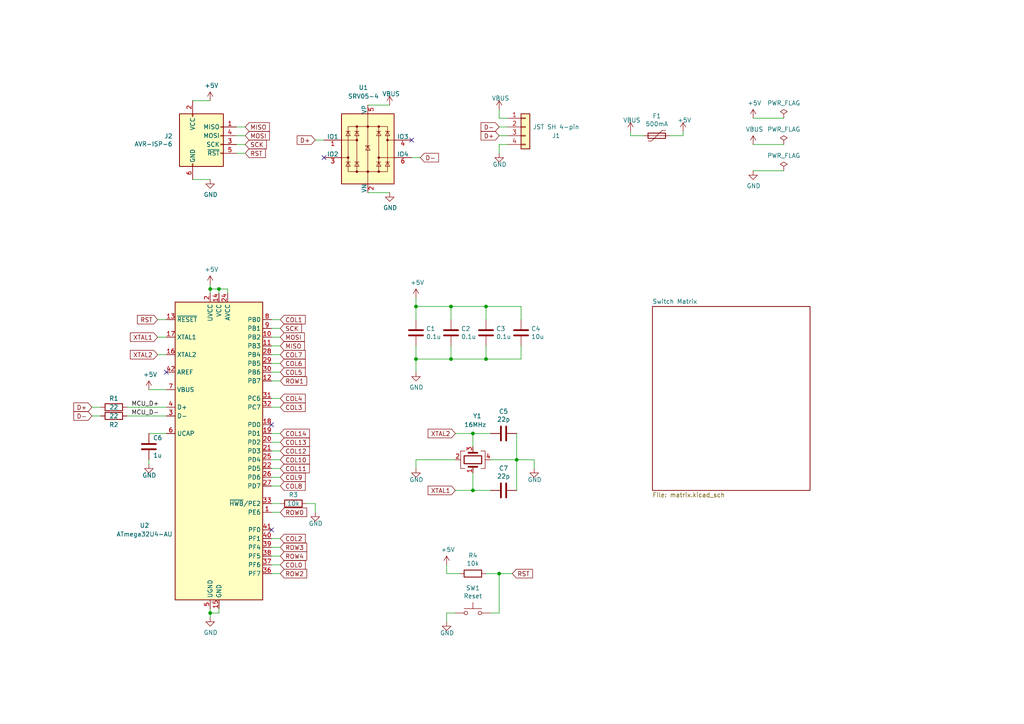
<source format=kicad_sch>
(kicad_sch (version 20211123) (generator eeschema)
  (paper "A4")
  (title_block (title "Bakeneko 60 V3") (date "2020-08-01") (rev "1") (comment 1 "Copyright © 2020 kkatano") (comment 2 "MIT License"))
  (lib_symbols
    (symbol "Connector:AVR-ISP-6" (pin_names (offset 1.016))
      (property "Reference" "J" (at 0 10.16 0))
      (property "Value" "Connector_AVR-ISP-6" (at 0 -7.62 0))
      (symbol "AVR-ISP-6_0_1"
        (rectangle (start -2.667 -5.588) (end -2.413 -6.35))
        (rectangle (start -2.667 8.89) (end -2.413 8.128))
        (rectangle (start 6.35 -2.413) (end 5.588 -2.667))
        (rectangle (start 6.35 0.127) (end 5.588 -0.127))
        (rectangle (start 6.35 2.667) (end 5.588 2.413))
        (rectangle (start 6.35 5.207) (end 5.588 4.953))
        (rectangle (start 6.35 8.89) (end -6.35 -6.35) (stroke (width 0.254)) (fill (type background)))
      )
      (symbol "AVR-ISP-6_1_1"
        (pin passive line (at 10.16 5.08 180) (length 3.81) (name "MISO") (number "1"))
        (pin power_in line (at -2.54 12.7 270) (length 3.81) (name "VCC") (number "2"))
        (pin passive line (at 10.16 0 180) (length 3.81) (name "SCK") (number "3"))
        (pin passive line (at 10.16 2.54 180) (length 3.81) (name "MOSI") (number "4"))
        (pin passive line (at 10.16 -2.54 180) (length 3.81) (name "~{RST}") (number "5"))
        (pin power_in line (at -2.54 -10.16 90) (length 3.81) (name "GND") (number "6"))
      )
    )
    (symbol "Connector_Generic:Conn_01x04" (pin_names (offset 1.016) hide)
      (property "Reference" "J" (at 0 5.08 0))
      (property "Value" "Connector_Generic_Conn_01x04" (at 0 -7.62 0))
      (symbol "Conn_01x04_1_1"
        (rectangle (start -1.27 -4.953) (end 0 -5.207) (stroke (width 0.1524)))
        (rectangle (start -1.27 -2.413) (end 0 -2.667) (stroke (width 0.1524)))
        (rectangle (start -1.27 0.127) (end 0 -0.127) (stroke (width 0.1524)))
        (rectangle (start -1.27 2.667) (end 0 2.413) (stroke (width 0.1524)))
        (rectangle (start -1.27 3.81) (end 1.27 -6.35) (stroke (width 0.254)) (fill (type background)))
        (pin passive line (at -5.08 2.54 0) (length 3.81) (name "Pin_1") (number "1"))
        (pin passive line (at -5.08 0 0) (length 3.81) (name "Pin_2") (number "2"))
        (pin passive line (at -5.08 -2.54 0) (length 3.81) (name "Pin_3") (number "3"))
        (pin passive line (at -5.08 -5.08 0) (length 3.81) (name "Pin_4") (number "4"))
      )
    )
    (symbol "Device:C" (pin_numbers hide) (pin_names (offset 0.254))
      (property "Reference" "C" (at 0.635 2.54 0))
      (property "Value" "Device_C" (at 0.635 -2.54 0))
      (symbol "C_0_1"
        (polyline (pts (xy -2.032 -0.762) (xy 2.032 -0.762)) (stroke (width 0.508)))
        (polyline (pts (xy -2.032 0.762) (xy 2.032 0.762)) (stroke (width 0.508)))
      )
      (symbol "C_1_1"
        (pin passive line (at 0 3.81 270) (length 2.794) (name "~") (number "1"))
        (pin passive line (at 0 -3.81 90) (length 2.794) (name "~") (number "2"))
      )
    )
    (symbol "Device:Crystal_GND24" (pin_names (offset 1.016) hide)
      (property "Reference" "Y" (at 3.175 5.08 0))
      (property "Value" "Device_Crystal_GND24" (at 3.175 3.175 0))
      (symbol "Crystal_GND24_0_1"
        (rectangle (start -1.143 2.54) (end 1.143 -2.54) (stroke (width 0.3048)))
        (polyline (pts (xy -2.54 0) (xy -2.032 0)))
        (polyline (pts (xy -2.032 -1.27) (xy -2.032 1.27)) (stroke (width 0.508)))
        (polyline (pts (xy 0 -3.81) (xy 0 -3.556)))
        (polyline (pts (xy 0 3.556) (xy 0 3.81)))
        (polyline (pts (xy 2.032 -1.27) (xy 2.032 1.27)) (stroke (width 0.508)))
        (polyline (pts (xy 2.032 0) (xy 2.54 0)))
        (polyline (pts (xy -2.54 -2.286) (xy -2.54 -3.556) (xy 2.54 -3.556) (xy 2.54 -2.286)))
        (polyline (pts (xy -2.54 2.286) (xy -2.54 3.556) (xy 2.54 3.556) (xy 2.54 2.286)))
      )
      (symbol "Crystal_GND24_1_1"
        (pin passive line (at -3.81 0 0) (length 1.27) (name "1") (number "1"))
        (pin passive line (at 0 5.08 270) (length 1.27) (name "2") (number "2"))
        (pin passive line (at 3.81 0 180) (length 1.27) (name "3") (number "3"))
        (pin passive line (at 0 -5.08 90) (length 1.27) (name "4") (number "4"))
      )
    )
    (symbol "Device:Polyfuse" (pin_numbers hide) (pin_names (offset 0))
      (property "Reference" "F" (at -2.54 0 90))
      (property "Value" "Device_Polyfuse" (at 2.54 0 90))
      (symbol "Polyfuse_0_1"
        (rectangle (start -0.762 2.54) (end 0.762 -2.54) (stroke (width 0.254)))
        (polyline (pts (xy 0 2.54) (xy 0 -2.54)))
        (polyline (pts (xy -1.524 2.54) (xy -1.524 1.524) (xy 1.524 -1.524) (xy 1.524 -2.54)))
      )
      (symbol "Polyfuse_1_1"
        (pin passive line (at 0 3.81 270) (length 1.27) (name "~") (number "1"))
        (pin passive line (at 0 -3.81 90) (length 1.27) (name "~") (number "2"))
      )
    )
    (symbol "Device:R" (pin_numbers hide) (pin_names (offset 0))
      (property "Reference" "R" (at 2.032 0 90))
      (property "Value" "Device_R" (at 0 0 90))
      (symbol "R_0_1"
        (rectangle (start -1.016 -2.54) (end 1.016 2.54) (stroke (width 0.254)))
      )
      (symbol "R_1_1"
        (pin passive line (at 0 3.81 270) (length 1.27) (name "~") (number "1"))
        (pin passive line (at 0 -3.81 90) (length 1.27) (name "~") (number "2"))
      )
    )
    (symbol "MCU_Microchip_ATmega:ATmega32U4-AU"
      (property "Reference" "U" (at -12.7 44.45 0))
      (property "Value" "MCU_Microchip_ATmega_ATmega32U4-AU" (at 2.54 -44.45 0))
      (symbol "ATmega32U4-AU_0_1"
        (rectangle (start -12.7 -43.18) (end 12.7 43.18) (stroke (width 0.254)) (fill (type background)))
      )
      (symbol "ATmega32U4-AU_1_1"
        (pin tri_state line (at 15.24 -17.78 180) (length 2.54) (name "PE6") (number "1"))
        (pin tri_state line (at 15.24 33.02 180) (length 2.54) (name "PB2") (number "10"))
        (pin tri_state line (at 15.24 30.48 180) (length 2.54) (name "PB3") (number "11"))
        (pin tri_state line (at 15.24 20.32 180) (length 2.54) (name "PB7") (number "12"))
        (pin input line (at -15.24 38.1 0) (length 2.54) (name "~{RESET}") (number "13"))
        (pin power_in line (at 0 45.72 270) (length 2.54) (name "VCC") (number "14"))
        (pin power_in line (at 0 -45.72 90) (length 2.54) (name "GND") (number "15"))
        (pin output line (at -15.24 27.94 0) (length 2.54) (name "XTAL2") (number "16"))
        (pin input line (at -15.24 33.02 0) (length 2.54) (name "XTAL1") (number "17"))
        (pin tri_state line (at 15.24 7.62 180) (length 2.54) (name "PD0") (number "18"))
        (pin tri_state line (at 15.24 5.08 180) (length 2.54) (name "PD1") (number "19"))
        (pin power_in line (at -2.54 45.72 270) (length 2.54) (name "UVCC") (number "2"))
        (pin tri_state line (at 15.24 2.54 180) (length 2.54) (name "PD2") (number "20"))
        (pin tri_state line (at 15.24 0 180) (length 2.54) (name "PD3") (number "21"))
        (pin tri_state line (at 15.24 -5.08 180) (length 2.54) (name "PD5") (number "22"))
        (pin passive line (at 0 -45.72 90) (length 2.54) hide (name "GND") (number "23"))
        (pin power_in line (at 2.54 45.72 270) (length 2.54) (name "AVCC") (number "24"))
        (pin tri_state line (at 15.24 -2.54 180) (length 2.54) (name "PD4") (number "25"))
        (pin tri_state line (at 15.24 -7.62 180) (length 2.54) (name "PD6") (number "26"))
        (pin tri_state line (at 15.24 -10.16 180) (length 2.54) (name "PD7") (number "27"))
        (pin tri_state line (at 15.24 27.94 180) (length 2.54) (name "PB4") (number "28"))
        (pin tri_state line (at 15.24 25.4 180) (length 2.54) (name "PB5") (number "29"))
        (pin bidirectional line (at -15.24 10.16 0) (length 2.54) (name "D-") (number "3"))
        (pin tri_state line (at 15.24 22.86 180) (length 2.54) (name "PB6") (number "30"))
        (pin tri_state line (at 15.24 15.24 180) (length 2.54) (name "PC6") (number "31"))
        (pin tri_state line (at 15.24 12.7 180) (length 2.54) (name "PC7") (number "32"))
        (pin tri_state line (at 15.24 -15.24 180) (length 2.54) (name "~{HWB}/PE2") (number "33"))
        (pin passive line (at 0 45.72 270) (length 2.54) hide (name "VCC") (number "34"))
        (pin passive line (at 0 -45.72 90) (length 2.54) hide (name "GND") (number "35"))
        (pin tri_state line (at 15.24 -35.56 180) (length 2.54) (name "PF7") (number "36"))
        (pin tri_state line (at 15.24 -33.02 180) (length 2.54) (name "PF6") (number "37"))
        (pin tri_state line (at 15.24 -30.48 180) (length 2.54) (name "PF5") (number "38"))
        (pin tri_state line (at 15.24 -27.94 180) (length 2.54) (name "PF4") (number "39"))
        (pin bidirectional line (at -15.24 12.7 0) (length 2.54) (name "D+") (number "4"))
        (pin tri_state line (at 15.24 -25.4 180) (length 2.54) (name "PF1") (number "40"))
        (pin tri_state line (at 15.24 -22.86 180) (length 2.54) (name "PF0") (number "41"))
        (pin passive line (at -15.24 22.86 0) (length 2.54) (name "AREF") (number "42"))
        (pin passive line (at 0 -45.72 90) (length 2.54) hide (name "GND") (number "43"))
        (pin passive line (at 2.54 45.72 270) (length 2.54) hide (name "AVCC") (number "44"))
        (pin passive line (at -2.54 -45.72 90) (length 2.54) (name "UGND") (number "5"))
        (pin passive line (at -15.24 5.08 0) (length 2.54) (name "UCAP") (number "6"))
        (pin input line (at -15.24 17.78 0) (length 2.54) (name "VBUS") (number "7"))
        (pin tri_state line (at 15.24 38.1 180) (length 2.54) (name "PB0") (number "8"))
        (pin tri_state line (at 15.24 35.56 180) (length 2.54) (name "PB1") (number "9"))
      )
    )
    (symbol "Power_Protection:SRV05-4" (pin_names (offset 0))
      (property "Reference" "U" (at -5.08 11.43 0))
      (property "Value" "Power_Protection_SRV05-4" (at 2.54 11.43 0))
      (symbol "SRV05-4_0_0"
        (rectangle (start -5.715 6.477) (end 5.715 -6.604))
        (polyline (pts (xy -3.175 -6.604) (xy -3.175 6.477)))
        (polyline (pts (xy 3.175 6.477) (xy 3.175 -6.604)))
      )
      (symbol "SRV05-4_0_1"
        (rectangle (start -7.62 10.16) (end 7.62 -10.16) (stroke (width 0.254)) (fill (type background)))
        (circle (center -5.715 -2.54) (radius 0.2794) (fill (type outline)))
        (circle (center -3.175 -6.604) (radius 0.2794) (fill (type outline)))
        (circle (center -3.175 2.54) (radius 0.2794) (fill (type outline)))
        (circle (center -3.175 6.477) (radius 0.2794) (fill (type outline)))
        (circle (center 0 -6.604) (radius 0.2794) (fill (type outline)))
        (polyline (pts (xy -7.747 2.54) (xy -3.175 2.54)))
        (polyline (pts (xy -7.62 -2.54) (xy -5.715 -2.54)))
        (polyline (pts (xy -5.08 -3.81) (xy -6.35 -3.81)))
        (polyline (pts (xy -5.08 5.08) (xy -6.35 5.08)))
        (polyline (pts (xy -2.54 -3.81) (xy -3.81 -3.81)))
        (polyline (pts (xy -2.54 5.08) (xy -3.81 5.08)))
        (polyline (pts (xy 0 10.16) (xy 0 -10.16)))
        (polyline (pts (xy 3.81 -3.81) (xy 2.54 -3.81)))
        (polyline (pts (xy 3.81 5.08) (xy 2.54 5.08)))
        (polyline (pts (xy 6.35 -3.81) (xy 5.08 -3.81)))
        (polyline (pts (xy 6.35 5.08) (xy 5.08 5.08)))
        (polyline (pts (xy 7.62 -2.54) (xy 3.175 -2.54)))
        (polyline (pts (xy 7.62 2.54) (xy 5.715 2.54)))
        (polyline (pts (xy 0.635 0.889) (xy -0.635 0.889) (xy -0.635 0.635)))
        (polyline (pts (xy -5.08 -5.08) (xy -6.35 -5.08) (xy -5.715 -3.81) (xy -5.08 -5.08)))
        (polyline (pts (xy -5.08 3.81) (xy -6.35 3.81) (xy -5.715 5.08) (xy -5.08 3.81)))
        (polyline (pts (xy -2.54 -5.08) (xy -3.81 -5.08) (xy -3.175 -3.81) (xy -2.54 -5.08)))
        (polyline (pts (xy -2.54 3.81) (xy -3.81 3.81) (xy -3.175 5.08) (xy -2.54 3.81)))
        (polyline (pts (xy 0.635 -0.381) (xy -0.635 -0.381) (xy 0 0.889) (xy 0.635 -0.381)))
        (polyline (pts (xy 3.81 -5.08) (xy 2.54 -5.08) (xy 3.175 -3.81) (xy 3.81 -5.08)))
        (polyline (pts (xy 3.81 3.81) (xy 2.54 3.81) (xy 3.175 5.08) (xy 3.81 3.81)))
        (polyline (pts (xy 6.35 -5.08) (xy 5.08 -5.08) (xy 5.715 -3.81) (xy 6.35 -5.08)))
        (polyline (pts (xy 6.35 3.81) (xy 5.08 3.81) (xy 5.715 5.08) (xy 6.35 3.81)))
        (circle (center 0 6.477) (radius 0.2794) (fill (type outline)))
        (circle (center 3.175 -6.604) (radius 0.2794) (fill (type outline)))
        (circle (center 3.175 -2.54) (radius 0.2794) (fill (type outline)))
        (circle (center 3.175 6.477) (radius 0.2794) (fill (type outline)))
        (circle (center 5.715 2.54) (radius 0.2794) (fill (type outline)))
      )
      (symbol "SRV05-4_1_1"
        (pin passive line (at -12.7 2.54 0) (length 5.08) (name "IO1") (number "1"))
        (pin passive line (at 0 -12.7 90) (length 2.54) (name "VN") (number "2"))
        (pin passive line (at -12.7 -2.54 0) (length 5.08) (name "IO2") (number "3"))
        (pin passive line (at 12.7 2.54 180) (length 5.08) (name "IO3") (number "4"))
        (pin passive line (at 0 12.7 270) (length 2.54) (name "VP") (number "5"))
        (pin passive line (at 12.7 -2.54 180) (length 5.08) (name "IO4") (number "6"))
      )
    )
    (symbol "Switch:SW_Push" (pin_numbers hide) (pin_names (offset 1.016) hide)
      (property "Reference" "SW" (at 1.27 2.54 0))
      (property "Value" "Switch_SW_Push" (at 0 -1.524 0))
      (symbol "SW_Push_0_1"
        (circle (center -2.032 0) (radius 0.508))
        (polyline (pts (xy 0 1.27) (xy 0 3.048)))
        (polyline (pts (xy 2.54 1.27) (xy -2.54 1.27)))
        (circle (center 2.032 0) (radius 0.508))
        (pin passive line (at -5.08 0 0) (length 2.54) (name "1") (number "1"))
        (pin passive line (at 5.08 0 180) (length 2.54) (name "2") (number "2"))
      )
    )
    (symbol "power:+5V" (power) (pin_names (offset 0))
      (property "Value" "power_+5V" (at 0 3.556 0))
      (symbol "+5V_0_1"
        (polyline (pts (xy -0.762 1.27) (xy 0 2.54)))
        (polyline (pts (xy 0 0) (xy 0 2.54)))
        (polyline (pts (xy 0 2.54) (xy 0.762 1.27)))
      )
      (symbol "+5V_1_1"
        (pin power_in line (at 0 0 90) (length 0) hide (name "+5V") (number "1"))
      )
    )
    (symbol "power:GND" (power) (pin_names (offset 0))
      (property "Value" "power_GND" (at 0 -3.81 0))
      (symbol "GND_0_1"
        (polyline (pts (xy 0 0) (xy 0 -1.27) (xy 1.27 -1.27) (xy 0 -2.54) (xy -1.27 -1.27) (xy 0 -1.27)))
      )
      (symbol "GND_1_1"
        (pin power_in line (at 0 0 270) (length 0) hide (name "GND") (number "1"))
      )
    )
    (symbol "power:PWR_FLAG" (power) (pin_numbers hide) (pin_names (offset 0) hide)
      (property "Value" "power_PWR_FLAG" (at 0 3.81 0))
      (symbol "PWR_FLAG_0_0"
        (pin power_out line (at 0 0 90) (length 0) (name "pwr") (number "1"))
      )
      (symbol "PWR_FLAG_0_1"
        (polyline (pts (xy 0 0) (xy 0 1.27) (xy -1.016 1.905) (xy 0 2.54) (xy 1.016 1.905) (xy 0 1.27)))
      )
    )
    (symbol "power:VBUS" (power) (pin_names (offset 0))
      (property "Value" "power_VBUS" (at 0 3.81 0))
      (symbol "VBUS_0_1"
        (polyline (pts (xy -0.762 1.27) (xy 0 2.54)))
        (polyline (pts (xy 0 0) (xy 0 2.54)))
        (polyline (pts (xy 0 2.54) (xy 0.762 1.27)))
      )
      (symbol "VBUS_1_1"
        (pin power_in line (at 0 0 90) (length 0) hide (name "VBUS") (number "1"))
      )
    )
  )
  (junction (at 130.81 104.14))
  (junction (at 137.16 142.24))
  (junction (at 144.78 166.37))
  (junction (at 140.97 88.9))
  (junction (at 149.86 133.35))
  (junction (at 60.96 177.8))
  (junction (at 120.65 88.9))
  (junction (at 63.5 83.82))
  (junction (at 140.97 104.14))
  (junction (at 60.96 83.82))
  (junction (at 120.65 104.14))
  (junction (at 137.16 125.73))
  (junction (at 130.81 88.9))
  (no_connect (at 78.74 153.67))
  (no_connect (at 48.26 107.95))
  (no_connect (at 93.98 45.72))
  (no_connect (at 119.38 40.64))
  (no_connect (at 78.74 123.19))
  (wire (pts (xy 120.65 100.33) (xy 120.65 104.14)))
  (wire (pts (xy 26.67 120.65) (xy 29.21 120.65)))
  (wire (pts (xy 68.58 36.83) (xy 71.12 36.83)))
  (wire (pts (xy 71.12 39.37) (xy 68.58 39.37)))
  (wire (pts (xy 120.65 88.9) (xy 130.81 88.9)))
  (wire (pts (xy 140.97 92.71) (xy 140.97 88.9)))
  (wire (pts (xy 36.83 120.65) (xy 48.26 120.65)))
  (wire (pts (xy 129.54 177.8) (xy 132.08 177.8)))
  (wire (pts (xy 78.74 115.57) (xy 81.28 115.57)))
  (wire (pts (xy 144.78 34.29) (xy 147.32 34.29)))
  (wire (pts (xy 81.28 166.37) (xy 78.74 166.37)))
  (wire (pts (xy 45.72 102.87) (xy 48.26 102.87)))
  (wire (pts (xy 198.12 38.1) (xy 198.12 39.37)))
  (wire (pts (xy 60.96 29.21) (xy 55.88 29.21)))
  (wire (pts (xy 130.81 88.9) (xy 140.97 88.9)))
  (wire (pts (xy 149.86 125.73) (xy 149.86 133.35)))
  (wire (pts (xy 91.44 40.64) (xy 93.98 40.64)))
  (wire (pts (xy 68.58 41.91) (xy 71.12 41.91)))
  (wire (pts (xy 81.28 163.83) (xy 78.74 163.83)))
  (wire (pts (xy 106.68 55.88) (xy 113.03 55.88)))
  (wire (pts (xy 48.26 97.79) (xy 45.72 97.79)))
  (wire (pts (xy 81.28 95.25) (xy 78.74 95.25)))
  (wire (pts (xy 78.74 161.29) (xy 81.28 161.29)))
  (wire (pts (xy 88.9 146.05) (xy 91.44 146.05)))
  (wire (pts (xy 130.81 104.14) (xy 140.97 104.14)))
  (wire (pts (xy 120.65 86.36) (xy 120.65 88.9)))
  (wire (pts (xy 78.74 140.97) (xy 81.28 140.97)))
  (wire (pts (xy 144.78 44.45) (xy 144.78 41.91)))
  (wire (pts (xy 149.86 133.35) (xy 154.94 133.35)))
  (wire (pts (xy 63.5 177.8) (xy 63.5 176.53)))
  (wire (pts (xy 63.5 83.82) (xy 66.04 83.82)))
  (wire (pts (xy 78.74 156.21) (xy 81.28 156.21)))
  (wire (pts (xy 130.81 100.33) (xy 130.81 104.14)))
  (wire (pts (xy 81.28 158.75) (xy 78.74 158.75)))
  (wire (pts (xy 121.92 45.72) (xy 119.38 45.72)))
  (wire (pts (xy 81.28 110.49) (xy 78.74 110.49)))
  (wire (pts (xy 81.28 133.35) (xy 78.74 133.35)))
  (wire (pts (xy 81.28 128.27) (xy 78.74 128.27)))
  (wire (pts (xy 142.24 133.35) (xy 149.86 133.35)))
  (wire (pts (xy 43.18 125.73) (xy 48.26 125.73)))
  (wire (pts (xy 129.54 166.37) (xy 133.35 166.37)))
  (wire (pts (xy 26.67 118.11) (xy 29.21 118.11)))
  (wire (pts (xy 147.32 39.37) (xy 144.78 39.37)))
  (wire (pts (xy 144.78 41.91) (xy 147.32 41.91)))
  (wire (pts (xy 151.13 88.9) (xy 140.97 88.9)))
  (wire (pts (xy 140.97 166.37) (xy 144.78 166.37)))
  (wire (pts (xy 144.78 166.37) (xy 144.78 177.8)))
  (wire (pts (xy 151.13 104.14) (xy 151.13 100.33)))
  (wire (pts (xy 78.74 107.95) (xy 81.28 107.95)))
  (wire (pts (xy 60.96 83.82) (xy 63.5 83.82)))
  (wire (pts (xy 81.28 118.11) (xy 78.74 118.11)))
  (wire (pts (xy 60.96 179.07) (xy 60.96 177.8)))
  (wire (pts (xy 144.78 177.8) (xy 142.24 177.8)))
  (wire (pts (xy 81.28 105.41) (xy 78.74 105.41)))
  (wire (pts (xy 120.65 104.14) (xy 120.65 107.95)))
  (wire (pts (xy 227.33 41.91) (xy 218.44 41.91)))
  (wire (pts (xy 78.74 135.89) (xy 81.28 135.89)))
  (wire (pts (xy 227.33 34.29) (xy 218.44 34.29)))
  (wire (pts (xy 120.65 133.35) (xy 132.08 133.35)))
  (wire (pts (xy 140.97 104.14) (xy 151.13 104.14)))
  (wire (pts (xy 81.28 100.33) (xy 78.74 100.33)))
  (wire (pts (xy 137.16 137.16) (xy 137.16 142.24)))
  (wire (pts (xy 129.54 163.83) (xy 129.54 166.37)))
  (wire (pts (xy 91.44 146.05) (xy 91.44 148.59)))
  (wire (pts (xy 144.78 166.37) (xy 148.59 166.37)))
  (wire (pts (xy 137.16 142.24) (xy 142.24 142.24)))
  (wire (pts (xy 55.88 52.07) (xy 60.96 52.07)))
  (wire (pts (xy 78.74 130.81) (xy 81.28 130.81)))
  (wire (pts (xy 60.96 177.8) (xy 63.5 177.8)))
  (wire (pts (xy 154.94 133.35) (xy 154.94 135.89)))
  (wire (pts (xy 129.54 180.34) (xy 129.54 177.8)))
  (wire (pts (xy 81.28 138.43) (xy 78.74 138.43)))
  (wire (pts (xy 78.74 92.71) (xy 81.28 92.71)))
  (wire (pts (xy 66.04 83.82) (xy 66.04 85.09)))
  (wire (pts (xy 120.65 104.14) (xy 130.81 104.14)))
  (wire (pts (xy 45.72 92.71) (xy 48.26 92.71)))
  (wire (pts (xy 120.65 133.35) (xy 120.65 135.89)))
  (wire (pts (xy 218.44 49.53) (xy 227.33 49.53)))
  (wire (pts (xy 149.86 133.35) (xy 149.86 142.24)))
  (wire (pts (xy 43.18 133.35) (xy 43.18 134.62)))
  (wire (pts (xy 144.78 31.75) (xy 144.78 34.29)))
  (wire (pts (xy 81.28 146.05) (xy 78.74 146.05)))
  (wire (pts (xy 78.74 97.79) (xy 81.28 97.79)))
  (wire (pts (xy 137.16 125.73) (xy 142.24 125.73)))
  (wire (pts (xy 113.03 30.48) (xy 106.68 30.48)))
  (wire (pts (xy 132.08 125.73) (xy 137.16 125.73)))
  (wire (pts (xy 182.88 38.1) (xy 182.88 39.37)))
  (wire (pts (xy 130.81 92.71) (xy 130.81 88.9)))
  (wire (pts (xy 78.74 125.73) (xy 81.28 125.73)))
  (wire (pts (xy 132.08 142.24) (xy 137.16 142.24)))
  (wire (pts (xy 81.28 148.59) (xy 78.74 148.59)))
  (wire (pts (xy 71.12 44.45) (xy 68.58 44.45)))
  (wire (pts (xy 60.96 177.8) (xy 60.96 176.53)))
  (wire (pts (xy 36.83 118.11) (xy 48.26 118.11)))
  (wire (pts (xy 78.74 102.87) (xy 81.28 102.87)))
  (wire (pts (xy 60.96 82.55) (xy 60.96 83.82)))
  (wire (pts (xy 60.96 83.82) (xy 60.96 85.09)))
  (wire (pts (xy 144.78 36.83) (xy 147.32 36.83)))
  (wire (pts (xy 43.18 113.03) (xy 48.26 113.03)))
  (wire (pts (xy 198.12 39.37) (xy 194.31 39.37)))
  (wire (pts (xy 182.88 39.37) (xy 186.69 39.37)))
  (wire (pts (xy 120.65 88.9) (xy 120.65 92.71)))
  (wire (pts (xy 63.5 83.82) (xy 63.5 85.09)))
  (wire (pts (xy 137.16 129.54) (xy 137.16 125.73)))
  (wire (pts (xy 151.13 92.71) (xy 151.13 88.9)))
  (wire (pts (xy 140.97 100.33) (xy 140.97 104.14)))
  (label "MCU_D-" (at 38.1 120.65 0))
  (label "MCU_D+" (at 38.1 118.11 0))
  (global_label "D+" (shape input) (at 144.78 39.37 180) (property "Intersheet References" "${INTERSHEET_REFS}" (effects hide)))
  (global_label "COL10" (shape input) (at 81.28 133.35 0) (property "Intersheet References" "${INTERSHEET_REFS}" (effects hide)))
  (global_label "D-" (shape input) (at 121.92 45.72 0) (property "Intersheet References" "${INTERSHEET_REFS}" (effects hide)))
  (global_label "COL0" (shape input) (at 81.28 163.83 0) (property "Intersheet References" "${INTERSHEET_REFS}" (effects hide)))
  (global_label "COL9" (shape input) (at 81.28 138.43 0) (property "Intersheet References" "${INTERSHEET_REFS}" (effects hide)))
  (global_label "COL7" (shape input) (at 81.28 102.87 0) (property "Intersheet References" "${INTERSHEET_REFS}" (effects hide)))
  (global_label "SCK" (shape input) (at 71.12 41.91 0) (property "Intersheet References" "${INTERSHEET_REFS}" (effects hide)))
  (global_label "MISO" (shape input) (at 71.12 36.83 0) (property "Intersheet References" "${INTERSHEET_REFS}" (effects hide)))
  (global_label "RST" (shape input) (at 71.12 44.45 0) (property "Intersheet References" "${INTERSHEET_REFS}" (effects hide)))
  (global_label "D-" (shape input) (at 144.78 36.83 180) (property "Intersheet References" "${INTERSHEET_REFS}" (effects hide)))
  (global_label "D+" (shape input) (at 91.44 40.64 180) (property "Intersheet References" "${INTERSHEET_REFS}" (effects hide)))
  (global_label "ROW3" (shape input) (at 81.28 158.75 0) (property "Intersheet References" "${INTERSHEET_REFS}" (effects hide)))
  (global_label "COL11" (shape input) (at 81.28 135.89 0) (property "Intersheet References" "${INTERSHEET_REFS}" (effects hide)))
  (global_label "ROW0" (shape input) (at 81.28 148.59 0) (property "Intersheet References" "${INTERSHEET_REFS}" (effects hide)))
  (global_label "MISO" (shape input) (at 81.28 100.33 0) (property "Intersheet References" "${INTERSHEET_REFS}" (effects hide)))
  (global_label "XTAL2" (shape input) (at 45.72 102.87 180) (property "Intersheet References" "${INTERSHEET_REFS}" (effects hide)))
  (global_label "COL1" (shape input) (at 81.28 92.71 0) (property "Intersheet References" "${INTERSHEET_REFS}" (effects hide)))
  (global_label "ROW4" (shape input) (at 81.28 161.29 0) (property "Intersheet References" "${INTERSHEET_REFS}" (effects hide)))
  (global_label "SCK" (shape input) (at 81.28 95.25 0) (property "Intersheet References" "${INTERSHEET_REFS}" (effects hide)))
  (global_label "COL3" (shape input) (at 81.28 118.11 0) (property "Intersheet References" "${INTERSHEET_REFS}" (effects hide)))
  (global_label "XTAL1" (shape input) (at 132.08 142.24 180) (property "Intersheet References" "${INTERSHEET_REFS}" (effects hide)))
  (global_label "RST" (shape input) (at 148.59 166.37 0) (property "Intersheet References" "${INTERSHEET_REFS}" (effects hide)))
  (global_label "COL2" (shape input) (at 81.28 156.21 0) (property "Intersheet References" "${INTERSHEET_REFS}" (effects hide)))
  (global_label "COL8" (shape input) (at 81.28 140.97 0) (property "Intersheet References" "${INTERSHEET_REFS}" (effects hide)))
  (global_label "COL12" (shape input) (at 81.28 130.81 0) (property "Intersheet References" "${INTERSHEET_REFS}" (effects hide)))
  (global_label "COL6" (shape input) (at 81.28 105.41 0) (property "Intersheet References" "${INTERSHEET_REFS}" (effects hide)))
  (global_label "D+" (shape input) (at 26.67 118.11 180) (property "Intersheet References" "${INTERSHEET_REFS}" (effects hide)))
  (global_label "COL13" (shape input) (at 81.28 128.27 0) (property "Intersheet References" "${INTERSHEET_REFS}" (effects hide)))
  (global_label "MOSI" (shape input) (at 71.12 39.37 0) (property "Intersheet References" "${INTERSHEET_REFS}" (effects hide)))
  (global_label "D-" (shape input) (at 26.67 120.65 180) (property "Intersheet References" "${INTERSHEET_REFS}" (effects hide)))
  (global_label "COL5" (shape input) (at 81.28 107.95 0) (property "Intersheet References" "${INTERSHEET_REFS}" (effects hide)))
  (global_label "MOSI" (shape input) (at 81.28 97.79 0) (property "Intersheet References" "${INTERSHEET_REFS}" (effects hide)))
  (global_label "ROW1" (shape input) (at 81.28 110.49 0) (property "Intersheet References" "${INTERSHEET_REFS}" (effects hide)))
  (global_label "COL14" (shape input) (at 81.28 125.73 0) (property "Intersheet References" "${INTERSHEET_REFS}" (effects hide)))
  (global_label "RST" (shape input) (at 45.72 92.71 180) (property "Intersheet References" "${INTERSHEET_REFS}" (effects hide)))
  (global_label "XTAL1" (shape input) (at 45.72 97.79 180) (property "Intersheet References" "${INTERSHEET_REFS}" (effects hide)))
  (global_label "COL4" (shape input) (at 81.28 115.57 0) (property "Intersheet References" "${INTERSHEET_REFS}" (effects hide)))
  (global_label "ROW2" (shape input) (at 81.28 166.37 0) (property "Intersheet References" "${INTERSHEET_REFS}" (effects hide)))
  (global_label "XTAL2" (shape input) (at 132.08 125.73 180) (property "Intersheet References" "${INTERSHEET_REFS}" (effects hide)))
  (symbol (lib_id "power:PWR_FLAG") (at 227.33 34.29 0) (unit 1)
    (property "Reference" "#FLG01" (effects hide))
    (property "Value" "PWR_FLAG" (at 227.33 29.8958 0))
  )
  (symbol (lib_id "power:PWR_FLAG") (at 227.33 41.91 0) (unit 1)
    (property "Reference" "#FLG02" (effects hide))
    (property "Value" "PWR_FLAG" (at 227.33 37.5158 0))
  )
  (symbol (lib_id "power:PWR_FLAG") (at 227.33 49.53 0) (unit 1)
    (property "Reference" "#FLG03" (effects hide))
    (property "Value" "PWR_FLAG" (at 227.33 45.1358 0))
  )
  (symbol (lib_id "power:GND") (at 218.44 49.53 0) (unit 1)
    (property "Reference" "#PWR06" (effects hide))
    (property "Value" "GND" (at 218.567 53.9242 0))
  )
  (symbol (lib_id "power:GND") (at 120.65 107.95 0) (unit 1)
    (property "Reference" "#PWR014" (effects hide))
    (property "Value" "GND" (at 120.777 112.3442 0))
  )
  (symbol (lib_id "Device:C") (at 120.65 96.52 0) (unit 1)
    (property "Reference" "C1" (at 123.571 95.3516 0) (effects (justify left)))
    (property "Value" "0.1u" (at 123.571 97.663 0) (effects (justify left)))
    (property "Footprint" "Capacitor_SMD:C_0805_2012Metric" (effects hide))
    (property "LCSC Part #" "C49678" (effects hide))
  )
  (symbol (lib_id "Device:C") (at 130.81 96.52 0) (unit 1)
    (property "Reference" "C2" (at 133.731 95.3516 0) (effects (justify left)))
    (property "Value" "0.1u" (at 133.731 97.663 0) (effects (justify left)))
    (property "Footprint" "Capacitor_SMD:C_0805_2012Metric" (effects hide))
    (property "LCSC Part #" "C49678" (effects hide))
  )
  (symbol (lib_id "Device:C") (at 140.97 96.52 0) (unit 1)
    (property "Reference" "C3" (at 143.891 95.3516 0) (effects (justify left)))
    (property "Value" "0.1u" (at 143.891 97.663 0) (effects (justify left)))
    (property "Footprint" "Capacitor_SMD:C_0805_2012Metric" (effects hide))
    (property "LCSC Part #" "C49678" (effects hide))
  )
  (symbol (lib_id "Device:C") (at 151.13 96.52 0) (unit 1)
    (property "Reference" "C4" (at 154.051 95.3516 0) (effects (justify left)))
    (property "Value" "10u" (at 154.051 97.663 0) (effects (justify left)))
    (property "Footprint" "Capacitor_SMD:C_0805_2012Metric" (effects hide))
    (property "LCSC Part #" "C15850" (effects hide))
  )
  (symbol (lib_id "Device:Polyfuse") (at 190.5 39.37 270) (unit 1)
    (property "Reference" "F1" (at 190.5 33.655 90))
    (property "Value" "500mA" (at 190.5 35.9664 90))
    (property "Footprint" "Fuse:Fuse_1206_3216Metric" (effects hide))
    (property "LCSC Part #" "C70076" (effects hide))
  )
  (symbol (lib_id "Connector_Generic:Conn_01x04") (at 152.4 36.83 0) (unit 1)
    (property "Reference" "J1" (at 161.29 39.37 0))
    (property "Value" "JST SH 4-pin" (at 161.29 36.83 0))
    (property "Footprint" "Connector_JST:JST_SH_SM04B-SRSS-TB_1x04-1MP_P1.00mm_Horizontal" (effects hide))
    (property "LCSC Part #" "C160404" (effects hide))
  )
  (symbol (lib_id "power:GND") (at 144.78 44.45 0) (unit 1)
    (property "Reference" "#PWR07" (effects hide))
    (property "Value" "GND" (at 144.907 47.7012 0))
  )
  (symbol (lib_id "Device:R") (at 33.02 118.11 270) (unit 1)
    (property "Reference" "R1" (at 33.02 115.57 90))
    (property "Value" "22" (at 33.02 118.11 90))
    (property "Footprint" "Resistor_SMD:R_0805_2012Metric" (effects hide))
    (property "LCSC Part #" "C17561" (effects hide))
  )
  (symbol (lib_id "Device:R") (at 33.02 120.65 270) (unit 1)
    (property "Reference" "R2" (at 33.02 123.19 90))
    (property "Value" "22" (at 33.02 120.65 90))
    (property "Footprint" "Resistor_SMD:R_0805_2012Metric" (effects hide))
    (property "LCSC Part #" "C17561" (effects hide))
  )
  (symbol (lib_id "MCU_Microchip_ATmega:ATmega32U4-AU") (at 63.5 130.81 0) (unit 1)
    (property "Reference" "U2" (at 41.91 152.4 0))
    (property "Value" "ATmega32U4-AU" (at 41.91 154.94 0))
    (property "Footprint" "Package_QFP:TQFP-44_10x10mm_P0.8mm" (effects hide))
    (property "Datasheet" "http://ww1.microchip.com/downloads/en/DeviceDoc/Atmel-7766-8-bit-AVR-ATmega16U4-32U4_Datasheet.pdf" (effects hide))
    (property "LCSC Part #" "C44854" (effects hide))
  )
  (symbol (lib_id "power:VBUS") (at 144.78 31.75 0) (unit 1)
    (property "Reference" "#PWR03" (effects hide))
    (property "Value" "VBUS" (at 145.161 28.4988 0))
  )
  (symbol (lib_id "power:VBUS") (at 218.44 41.91 0) (unit 1)
    (property "Reference" "#PWR05" (effects hide))
    (property "Value" "VBUS" (at 218.821 37.5158 0))
  )
  (symbol (lib_id "power:VBUS") (at 182.88 38.1 0) (unit 1)
    (property "Reference" "#PWR010" (effects hide))
    (property "Value" "VBUS" (at 183.261 34.8742 0))
  )
  (symbol (lib_id "Switch:SW_Push") (at 137.16 177.8 0) (unit 1)
    (property "Reference" "SW1" (at 137.16 170.561 0))
    (property "Value" "Reset" (at 137.16 172.8724 0))
    (property "Footprint" "Button_Switch_SMD:SW_SPST_TL3342" (effects hide))
    (property "LCSC Part #" "C318884" (effects hide))
  )
  (symbol (lib_id "power:GND") (at 129.54 180.34 0) (unit 1)
    (property "Reference" "#PWR020" (effects hide))
    (property "Value" "GND" (at 129.667 183.5912 0))
  )
  (symbol (lib_id "Device:R") (at 137.16 166.37 270) (unit 1)
    (property "Reference" "R4" (at 137.16 161.1122 90))
    (property "Value" "10k" (at 137.16 163.4236 90))
    (property "Footprint" "Resistor_SMD:R_0805_2012Metric" (effects hide))
    (property "LCSC Part #" "C17414" (effects hide))
  )
  (symbol (lib_id "Device:C") (at 43.18 129.54 0) (unit 1)
    (property "Reference" "C6" (at 45.72 127 0))
    (property "Value" "1u" (at 45.72 132.08 0))
    (property "Footprint" "Capacitor_SMD:C_0805_2012Metric" (effects hide))
    (property "LCSC Part #" "C28323" (effects hide))
  )
  (symbol (lib_id "power:GND") (at 43.18 134.62 0) (unit 1)
    (property "Reference" "#PWR016" (effects hide))
    (property "Value" "GND" (at 43.307 137.8712 0))
  )
  (symbol (lib_id "power:GND") (at 60.96 179.07 0) (unit 1)
    (property "Reference" "#PWR022" (effects hide))
    (property "Value" "GND" (at 61.087 183.4642 0))
  )
  (symbol (lib_id "Device:R") (at 85.09 146.05 270) (unit 1)
    (property "Reference" "R3" (at 85.09 143.51 90))
    (property "Value" "10k" (at 85.09 146.05 90))
    (property "Footprint" "Resistor_SMD:R_0805_2012Metric" (effects hide))
    (property "LCSC Part #" "C17414" (effects hide))
  )
  (symbol (lib_id "power:GND") (at 91.44 148.59 0) (unit 1)
    (property "Reference" "#PWR019" (effects hide))
    (property "Value" "GND" (at 91.567 151.8412 0))
  )
  (symbol (lib_id "Device:Crystal_GND24") (at 137.16 133.35 90) (unit 1)
    (property "Reference" "Y1" (at 137.16 120.65 90) (effects (justify right)))
    (property "Value" "16MHz" (at 134.62 123.19 90) (effects (justify right)))
    (property "Footprint" "Crystal:Crystal_SMD_3225-4Pin_3.2x2.5mm" (effects hide))
    (property "LCSC Part #" "C13738" (effects hide))
  )
  (symbol (lib_id "power:GND") (at 120.65 135.89 0) (unit 1)
    (property "Reference" "#PWR017" (effects hide))
    (property "Value" "GND" (at 120.777 139.1412 0))
  )
  (symbol (lib_id "power:GND") (at 154.94 135.89 0) (unit 1)
    (property "Reference" "#PWR018" (effects hide))
    (property "Value" "GND" (at 155.067 139.1412 0))
  )
  (symbol (lib_id "Device:C") (at 146.05 125.73 270) (unit 1)
    (property "Reference" "C5" (at 146.05 119.3292 90))
    (property "Value" "22p" (at 146.05 121.6406 90))
    (property "Footprint" "Capacitor_SMD:C_0805_2012Metric" (effects hide))
    (property "LCSC Part #" "C1804" (effects hide))
  )
  (symbol (lib_id "Device:C") (at 146.05 142.24 270) (unit 1)
    (property "Reference" "C7" (at 146.05 135.8392 90))
    (property "Value" "22p" (at 146.05 138.1506 90))
    (property "Footprint" "Capacitor_SMD:C_0805_2012Metric" (effects hide))
    (property "LCSC Part #" "C1804" (effects hide))
  )
  (symbol (lib_id "power:+5V") (at 218.44 34.29 0) (unit 1)
    (property "Reference" "#PWR04" (effects hide))
    (property "Value" "+5V" (at 218.821 29.8958 0))
  )
  (symbol (lib_id "power:+5V") (at 120.65 86.36 0) (unit 1)
    (property "Reference" "#PWR012" (effects hide))
    (property "Value" "+5V" (at 121.031 81.9658 0))
  )
  (symbol (lib_id "power:+5V") (at 198.12 38.1 0) (unit 1)
    (property "Reference" "#PWR011" (effects hide))
    (property "Value" "+5V" (at 198.501 34.8488 0))
  )
  (symbol (lib_id "power:+5V") (at 60.96 29.21 0) (unit 1)
    (property "Reference" "#PWR01" (effects hide))
    (property "Value" "+5V" (at 61.341 24.8158 0))
  )
  (symbol (lib_id "power:+5V") (at 129.54 163.83 0) (unit 1)
    (property "Reference" "#PWR021" (effects hide))
    (property "Value" "+5V" (at 129.921 159.4358 0))
  )
  (symbol (lib_id "power:+5V") (at 60.96 82.55 0) (unit 1)
    (property "Reference" "#PWR013" (effects hide))
    (property "Value" "+5V" (at 61.341 78.1558 0))
  )
  (symbol (lib_id "Connector:AVR-ISP-6") (at 58.42 41.91 0) (unit 1)
    (property "Reference" "J2" (at 50.0634 39.4716 0) (effects (justify right)))
    (property "Value" "AVR-ISP-6" (at 50.0634 41.783 0) (effects (justify right)))
    (property "Footprint" "bakeneko:ISP" (effects hide))
    (property "Datasheet" " ~" (effects hide))
  )
  (symbol (lib_id "power:GND") (at 60.96 52.07 0) (unit 1)
    (property "Reference" "#PWR08" (effects hide))
    (property "Value" "GND" (at 61.087 56.4642 0))
  )
  (symbol (lib_id "power:+5V") (at 43.18 113.03 0) (unit 1)
    (property "Reference" "#PWR015" (effects hide))
    (property "Value" "+5V" (at 43.561 108.6358 0))
  )
  (symbol (lib_id "Power_Protection:SRV05-4") (at 106.68 43.18 0) (unit 1)
    (property "Reference" "U1" (at 105.41 25.4 0))
    (property "Value" "SRV05-4" (at 105.41 27.94 0))
    (property "Footprint" "Package_TO_SOT_SMD:SOT-23-6" (effects hide))
    (property "Datasheet" "http://www.onsemi.com/pub/Collateral/SRV05-4-D.PDF" (effects hide))
    (property "LCSC Part #" "C85364" (effects hide))
  )
  (symbol (lib_id "power:GND") (at 113.03 55.88 0) (unit 1)
    (property "Reference" "#PWR0101" (effects hide))
    (property "Value" "GND" (at 113.157 60.2742 0))
  )
  (symbol (lib_id "power:VBUS") (at 113.03 30.48 0) (unit 1)
    (property "Reference" "#PWR0102" (effects hide))
    (property "Value" "VBUS" (at 113.411 27.2288 0))
  )
  (sheet (at 189.23 88.9) (size 45.72 53.34)
    (property "Sheet name" "Switch Matrix" (at 189.23 88.1884 0) (effects (justify left bottom)))
    (property "Sheet file" "matrix.kicad_sch" (at 189.23 142.8246 0) (effects (justify left top)))
  )
)
</source>
